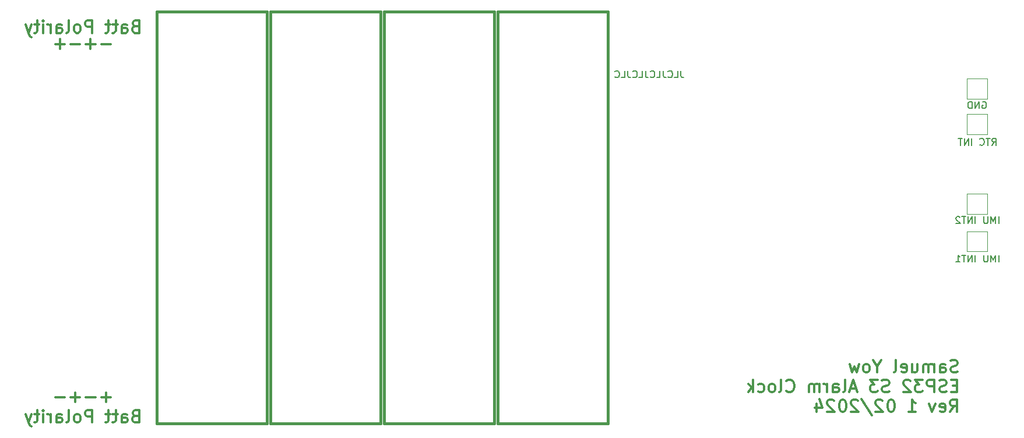
<source format=gbr>
%TF.GenerationSoftware,KiCad,Pcbnew,7.0.9*%
%TF.CreationDate,2024-02-17T00:35:01+08:00*%
%TF.ProjectId,AlarmClockProjV1,416c6172-6d43-46c6-9f63-6b50726f6a56,rev?*%
%TF.SameCoordinates,Original*%
%TF.FileFunction,Legend,Bot*%
%TF.FilePolarity,Positive*%
%FSLAX46Y46*%
G04 Gerber Fmt 4.6, Leading zero omitted, Abs format (unit mm)*
G04 Created by KiCad (PCBNEW 7.0.9) date 2024-02-17 00:35:01*
%MOMM*%
%LPD*%
G01*
G04 APERTURE LIST*
%ADD10C,0.150000*%
%ADD11C,0.200000*%
%ADD12C,0.300000*%
%ADD13C,0.400000*%
%ADD14C,0.120000*%
%ADD15C,1.350000*%
%ADD16R,1.700000X1.700000*%
%ADD17O,1.700000X1.700000*%
%ADD18C,3.600000*%
%ADD19C,6.400000*%
%ADD20C,0.650000*%
%ADD21O,2.100000X1.000000*%
%ADD22O,1.800000X1.000000*%
%ADD23C,1.600000*%
%ADD24O,1.600000X1.600000*%
%ADD25C,2.300000*%
%ADD26R,2.500000X2.500000*%
G04 APERTURE END LIST*
D10*
X181377506Y-90269819D02*
X181377506Y-90984104D01*
X181377506Y-90984104D02*
X181425125Y-91126961D01*
X181425125Y-91126961D02*
X181520363Y-91222200D01*
X181520363Y-91222200D02*
X181663220Y-91269819D01*
X181663220Y-91269819D02*
X181758458Y-91269819D01*
X180425125Y-91269819D02*
X180901315Y-91269819D01*
X180901315Y-91269819D02*
X180901315Y-90269819D01*
X179520363Y-91174580D02*
X179567982Y-91222200D01*
X179567982Y-91222200D02*
X179710839Y-91269819D01*
X179710839Y-91269819D02*
X179806077Y-91269819D01*
X179806077Y-91269819D02*
X179948934Y-91222200D01*
X179948934Y-91222200D02*
X180044172Y-91126961D01*
X180044172Y-91126961D02*
X180091791Y-91031723D01*
X180091791Y-91031723D02*
X180139410Y-90841247D01*
X180139410Y-90841247D02*
X180139410Y-90698390D01*
X180139410Y-90698390D02*
X180091791Y-90507914D01*
X180091791Y-90507914D02*
X180044172Y-90412676D01*
X180044172Y-90412676D02*
X179948934Y-90317438D01*
X179948934Y-90317438D02*
X179806077Y-90269819D01*
X179806077Y-90269819D02*
X179710839Y-90269819D01*
X179710839Y-90269819D02*
X179567982Y-90317438D01*
X179567982Y-90317438D02*
X179520363Y-90365057D01*
X178806077Y-90269819D02*
X178806077Y-90984104D01*
X178806077Y-90984104D02*
X178853696Y-91126961D01*
X178853696Y-91126961D02*
X178948934Y-91222200D01*
X178948934Y-91222200D02*
X179091791Y-91269819D01*
X179091791Y-91269819D02*
X179187029Y-91269819D01*
X177853696Y-91269819D02*
X178329886Y-91269819D01*
X178329886Y-91269819D02*
X178329886Y-90269819D01*
X176948934Y-91174580D02*
X176996553Y-91222200D01*
X176996553Y-91222200D02*
X177139410Y-91269819D01*
X177139410Y-91269819D02*
X177234648Y-91269819D01*
X177234648Y-91269819D02*
X177377505Y-91222200D01*
X177377505Y-91222200D02*
X177472743Y-91126961D01*
X177472743Y-91126961D02*
X177520362Y-91031723D01*
X177520362Y-91031723D02*
X177567981Y-90841247D01*
X177567981Y-90841247D02*
X177567981Y-90698390D01*
X177567981Y-90698390D02*
X177520362Y-90507914D01*
X177520362Y-90507914D02*
X177472743Y-90412676D01*
X177472743Y-90412676D02*
X177377505Y-90317438D01*
X177377505Y-90317438D02*
X177234648Y-90269819D01*
X177234648Y-90269819D02*
X177139410Y-90269819D01*
X177139410Y-90269819D02*
X176996553Y-90317438D01*
X176996553Y-90317438D02*
X176948934Y-90365057D01*
X176234648Y-90269819D02*
X176234648Y-90984104D01*
X176234648Y-90984104D02*
X176282267Y-91126961D01*
X176282267Y-91126961D02*
X176377505Y-91222200D01*
X176377505Y-91222200D02*
X176520362Y-91269819D01*
X176520362Y-91269819D02*
X176615600Y-91269819D01*
X175282267Y-91269819D02*
X175758457Y-91269819D01*
X175758457Y-91269819D02*
X175758457Y-90269819D01*
X174377505Y-91174580D02*
X174425124Y-91222200D01*
X174425124Y-91222200D02*
X174567981Y-91269819D01*
X174567981Y-91269819D02*
X174663219Y-91269819D01*
X174663219Y-91269819D02*
X174806076Y-91222200D01*
X174806076Y-91222200D02*
X174901314Y-91126961D01*
X174901314Y-91126961D02*
X174948933Y-91031723D01*
X174948933Y-91031723D02*
X174996552Y-90841247D01*
X174996552Y-90841247D02*
X174996552Y-90698390D01*
X174996552Y-90698390D02*
X174948933Y-90507914D01*
X174948933Y-90507914D02*
X174901314Y-90412676D01*
X174901314Y-90412676D02*
X174806076Y-90317438D01*
X174806076Y-90317438D02*
X174663219Y-90269819D01*
X174663219Y-90269819D02*
X174567981Y-90269819D01*
X174567981Y-90269819D02*
X174425124Y-90317438D01*
X174425124Y-90317438D02*
X174377505Y-90365057D01*
X173663219Y-90269819D02*
X173663219Y-90984104D01*
X173663219Y-90984104D02*
X173710838Y-91126961D01*
X173710838Y-91126961D02*
X173806076Y-91222200D01*
X173806076Y-91222200D02*
X173948933Y-91269819D01*
X173948933Y-91269819D02*
X174044171Y-91269819D01*
X172710838Y-91269819D02*
X173187028Y-91269819D01*
X173187028Y-91269819D02*
X173187028Y-90269819D01*
X171806076Y-91174580D02*
X171853695Y-91222200D01*
X171853695Y-91222200D02*
X171996552Y-91269819D01*
X171996552Y-91269819D02*
X172091790Y-91269819D01*
X172091790Y-91269819D02*
X172234647Y-91222200D01*
X172234647Y-91222200D02*
X172329885Y-91126961D01*
X172329885Y-91126961D02*
X172377504Y-91031723D01*
X172377504Y-91031723D02*
X172425123Y-90841247D01*
X172425123Y-90841247D02*
X172425123Y-90698390D01*
X172425123Y-90698390D02*
X172377504Y-90507914D01*
X172377504Y-90507914D02*
X172329885Y-90412676D01*
X172329885Y-90412676D02*
X172234647Y-90317438D01*
X172234647Y-90317438D02*
X172091790Y-90269819D01*
X172091790Y-90269819D02*
X171996552Y-90269819D01*
X171996552Y-90269819D02*
X171853695Y-90317438D01*
X171853695Y-90317438D02*
X171806076Y-90365057D01*
D11*
X226563660Y-101117219D02*
X226896993Y-100641028D01*
X227135088Y-101117219D02*
X227135088Y-100117219D01*
X227135088Y-100117219D02*
X226754136Y-100117219D01*
X226754136Y-100117219D02*
X226658898Y-100164838D01*
X226658898Y-100164838D02*
X226611279Y-100212457D01*
X226611279Y-100212457D02*
X226563660Y-100307695D01*
X226563660Y-100307695D02*
X226563660Y-100450552D01*
X226563660Y-100450552D02*
X226611279Y-100545790D01*
X226611279Y-100545790D02*
X226658898Y-100593409D01*
X226658898Y-100593409D02*
X226754136Y-100641028D01*
X226754136Y-100641028D02*
X227135088Y-100641028D01*
X226277945Y-100117219D02*
X225706517Y-100117219D01*
X225992231Y-101117219D02*
X225992231Y-100117219D01*
X224801755Y-101021980D02*
X224849374Y-101069600D01*
X224849374Y-101069600D02*
X224992231Y-101117219D01*
X224992231Y-101117219D02*
X225087469Y-101117219D01*
X225087469Y-101117219D02*
X225230326Y-101069600D01*
X225230326Y-101069600D02*
X225325564Y-100974361D01*
X225325564Y-100974361D02*
X225373183Y-100879123D01*
X225373183Y-100879123D02*
X225420802Y-100688647D01*
X225420802Y-100688647D02*
X225420802Y-100545790D01*
X225420802Y-100545790D02*
X225373183Y-100355314D01*
X225373183Y-100355314D02*
X225325564Y-100260076D01*
X225325564Y-100260076D02*
X225230326Y-100164838D01*
X225230326Y-100164838D02*
X225087469Y-100117219D01*
X225087469Y-100117219D02*
X224992231Y-100117219D01*
X224992231Y-100117219D02*
X224849374Y-100164838D01*
X224849374Y-100164838D02*
X224801755Y-100212457D01*
X223611278Y-101117219D02*
X223611278Y-100117219D01*
X223135088Y-101117219D02*
X223135088Y-100117219D01*
X223135088Y-100117219D02*
X222563660Y-101117219D01*
X222563660Y-101117219D02*
X222563660Y-100117219D01*
X222230326Y-100117219D02*
X221658898Y-100117219D01*
X221944612Y-101117219D02*
X221944612Y-100117219D01*
D12*
X98528570Y-137778400D02*
X97157142Y-137778400D01*
X97842856Y-138464114D02*
X97842856Y-137092685D01*
X96299999Y-137778400D02*
X94928571Y-137778400D01*
X94071428Y-137778400D02*
X92700000Y-137778400D01*
X93385714Y-138464114D02*
X93385714Y-137092685D01*
X91842857Y-137778400D02*
X90471429Y-137778400D01*
X102085713Y-140521257D02*
X101828570Y-140606971D01*
X101828570Y-140606971D02*
X101742856Y-140692685D01*
X101742856Y-140692685D02*
X101657142Y-140864114D01*
X101657142Y-140864114D02*
X101657142Y-141121257D01*
X101657142Y-141121257D02*
X101742856Y-141292685D01*
X101742856Y-141292685D02*
X101828570Y-141378400D01*
X101828570Y-141378400D02*
X101999999Y-141464114D01*
X101999999Y-141464114D02*
X102685713Y-141464114D01*
X102685713Y-141464114D02*
X102685713Y-139664114D01*
X102685713Y-139664114D02*
X102085713Y-139664114D01*
X102085713Y-139664114D02*
X101914285Y-139749828D01*
X101914285Y-139749828D02*
X101828570Y-139835542D01*
X101828570Y-139835542D02*
X101742856Y-140006971D01*
X101742856Y-140006971D02*
X101742856Y-140178400D01*
X101742856Y-140178400D02*
X101828570Y-140349828D01*
X101828570Y-140349828D02*
X101914285Y-140435542D01*
X101914285Y-140435542D02*
X102085713Y-140521257D01*
X102085713Y-140521257D02*
X102685713Y-140521257D01*
X100114285Y-141464114D02*
X100114285Y-140521257D01*
X100114285Y-140521257D02*
X100199999Y-140349828D01*
X100199999Y-140349828D02*
X100371427Y-140264114D01*
X100371427Y-140264114D02*
X100714285Y-140264114D01*
X100714285Y-140264114D02*
X100885713Y-140349828D01*
X100114285Y-141378400D02*
X100285713Y-141464114D01*
X100285713Y-141464114D02*
X100714285Y-141464114D01*
X100714285Y-141464114D02*
X100885713Y-141378400D01*
X100885713Y-141378400D02*
X100971427Y-141206971D01*
X100971427Y-141206971D02*
X100971427Y-141035542D01*
X100971427Y-141035542D02*
X100885713Y-140864114D01*
X100885713Y-140864114D02*
X100714285Y-140778400D01*
X100714285Y-140778400D02*
X100285713Y-140778400D01*
X100285713Y-140778400D02*
X100114285Y-140692685D01*
X99514285Y-140264114D02*
X98828571Y-140264114D01*
X99257142Y-139664114D02*
X99257142Y-141206971D01*
X99257142Y-141206971D02*
X99171428Y-141378400D01*
X99171428Y-141378400D02*
X98999999Y-141464114D01*
X98999999Y-141464114D02*
X98828571Y-141464114D01*
X98485714Y-140264114D02*
X97800000Y-140264114D01*
X98228571Y-139664114D02*
X98228571Y-141206971D01*
X98228571Y-141206971D02*
X98142857Y-141378400D01*
X98142857Y-141378400D02*
X97971428Y-141464114D01*
X97971428Y-141464114D02*
X97800000Y-141464114D01*
X95828571Y-141464114D02*
X95828571Y-139664114D01*
X95828571Y-139664114D02*
X95142857Y-139664114D01*
X95142857Y-139664114D02*
X94971428Y-139749828D01*
X94971428Y-139749828D02*
X94885714Y-139835542D01*
X94885714Y-139835542D02*
X94800000Y-140006971D01*
X94800000Y-140006971D02*
X94800000Y-140264114D01*
X94800000Y-140264114D02*
X94885714Y-140435542D01*
X94885714Y-140435542D02*
X94971428Y-140521257D01*
X94971428Y-140521257D02*
X95142857Y-140606971D01*
X95142857Y-140606971D02*
X95828571Y-140606971D01*
X93771428Y-141464114D02*
X93942857Y-141378400D01*
X93942857Y-141378400D02*
X94028571Y-141292685D01*
X94028571Y-141292685D02*
X94114285Y-141121257D01*
X94114285Y-141121257D02*
X94114285Y-140606971D01*
X94114285Y-140606971D02*
X94028571Y-140435542D01*
X94028571Y-140435542D02*
X93942857Y-140349828D01*
X93942857Y-140349828D02*
X93771428Y-140264114D01*
X93771428Y-140264114D02*
X93514285Y-140264114D01*
X93514285Y-140264114D02*
X93342857Y-140349828D01*
X93342857Y-140349828D02*
X93257143Y-140435542D01*
X93257143Y-140435542D02*
X93171428Y-140606971D01*
X93171428Y-140606971D02*
X93171428Y-141121257D01*
X93171428Y-141121257D02*
X93257143Y-141292685D01*
X93257143Y-141292685D02*
X93342857Y-141378400D01*
X93342857Y-141378400D02*
X93514285Y-141464114D01*
X93514285Y-141464114D02*
X93771428Y-141464114D01*
X92142857Y-141464114D02*
X92314286Y-141378400D01*
X92314286Y-141378400D02*
X92400000Y-141206971D01*
X92400000Y-141206971D02*
X92400000Y-139664114D01*
X90685715Y-141464114D02*
X90685715Y-140521257D01*
X90685715Y-140521257D02*
X90771429Y-140349828D01*
X90771429Y-140349828D02*
X90942857Y-140264114D01*
X90942857Y-140264114D02*
X91285715Y-140264114D01*
X91285715Y-140264114D02*
X91457143Y-140349828D01*
X90685715Y-141378400D02*
X90857143Y-141464114D01*
X90857143Y-141464114D02*
X91285715Y-141464114D01*
X91285715Y-141464114D02*
X91457143Y-141378400D01*
X91457143Y-141378400D02*
X91542857Y-141206971D01*
X91542857Y-141206971D02*
X91542857Y-141035542D01*
X91542857Y-141035542D02*
X91457143Y-140864114D01*
X91457143Y-140864114D02*
X91285715Y-140778400D01*
X91285715Y-140778400D02*
X90857143Y-140778400D01*
X90857143Y-140778400D02*
X90685715Y-140692685D01*
X89828572Y-141464114D02*
X89828572Y-140264114D01*
X89828572Y-140606971D02*
X89742858Y-140435542D01*
X89742858Y-140435542D02*
X89657144Y-140349828D01*
X89657144Y-140349828D02*
X89485715Y-140264114D01*
X89485715Y-140264114D02*
X89314286Y-140264114D01*
X88714286Y-141464114D02*
X88714286Y-140264114D01*
X88714286Y-139664114D02*
X88800000Y-139749828D01*
X88800000Y-139749828D02*
X88714286Y-139835542D01*
X88714286Y-139835542D02*
X88628572Y-139749828D01*
X88628572Y-139749828D02*
X88714286Y-139664114D01*
X88714286Y-139664114D02*
X88714286Y-139835542D01*
X88114286Y-140264114D02*
X87428572Y-140264114D01*
X87857143Y-139664114D02*
X87857143Y-141206971D01*
X87857143Y-141206971D02*
X87771429Y-141378400D01*
X87771429Y-141378400D02*
X87600000Y-141464114D01*
X87600000Y-141464114D02*
X87428572Y-141464114D01*
X87000001Y-140264114D02*
X86571429Y-141464114D01*
X86142858Y-140264114D02*
X86571429Y-141464114D01*
X86571429Y-141464114D02*
X86742858Y-141892685D01*
X86742858Y-141892685D02*
X86828572Y-141978400D01*
X86828572Y-141978400D02*
X87000001Y-142064114D01*
X102085713Y-83821257D02*
X101828570Y-83906971D01*
X101828570Y-83906971D02*
X101742856Y-83992685D01*
X101742856Y-83992685D02*
X101657142Y-84164114D01*
X101657142Y-84164114D02*
X101657142Y-84421257D01*
X101657142Y-84421257D02*
X101742856Y-84592685D01*
X101742856Y-84592685D02*
X101828570Y-84678400D01*
X101828570Y-84678400D02*
X101999999Y-84764114D01*
X101999999Y-84764114D02*
X102685713Y-84764114D01*
X102685713Y-84764114D02*
X102685713Y-82964114D01*
X102685713Y-82964114D02*
X102085713Y-82964114D01*
X102085713Y-82964114D02*
X101914285Y-83049828D01*
X101914285Y-83049828D02*
X101828570Y-83135542D01*
X101828570Y-83135542D02*
X101742856Y-83306971D01*
X101742856Y-83306971D02*
X101742856Y-83478400D01*
X101742856Y-83478400D02*
X101828570Y-83649828D01*
X101828570Y-83649828D02*
X101914285Y-83735542D01*
X101914285Y-83735542D02*
X102085713Y-83821257D01*
X102085713Y-83821257D02*
X102685713Y-83821257D01*
X100114285Y-84764114D02*
X100114285Y-83821257D01*
X100114285Y-83821257D02*
X100199999Y-83649828D01*
X100199999Y-83649828D02*
X100371427Y-83564114D01*
X100371427Y-83564114D02*
X100714285Y-83564114D01*
X100714285Y-83564114D02*
X100885713Y-83649828D01*
X100114285Y-84678400D02*
X100285713Y-84764114D01*
X100285713Y-84764114D02*
X100714285Y-84764114D01*
X100714285Y-84764114D02*
X100885713Y-84678400D01*
X100885713Y-84678400D02*
X100971427Y-84506971D01*
X100971427Y-84506971D02*
X100971427Y-84335542D01*
X100971427Y-84335542D02*
X100885713Y-84164114D01*
X100885713Y-84164114D02*
X100714285Y-84078400D01*
X100714285Y-84078400D02*
X100285713Y-84078400D01*
X100285713Y-84078400D02*
X100114285Y-83992685D01*
X99514285Y-83564114D02*
X98828571Y-83564114D01*
X99257142Y-82964114D02*
X99257142Y-84506971D01*
X99257142Y-84506971D02*
X99171428Y-84678400D01*
X99171428Y-84678400D02*
X98999999Y-84764114D01*
X98999999Y-84764114D02*
X98828571Y-84764114D01*
X98485714Y-83564114D02*
X97800000Y-83564114D01*
X98228571Y-82964114D02*
X98228571Y-84506971D01*
X98228571Y-84506971D02*
X98142857Y-84678400D01*
X98142857Y-84678400D02*
X97971428Y-84764114D01*
X97971428Y-84764114D02*
X97800000Y-84764114D01*
X95828571Y-84764114D02*
X95828571Y-82964114D01*
X95828571Y-82964114D02*
X95142857Y-82964114D01*
X95142857Y-82964114D02*
X94971428Y-83049828D01*
X94971428Y-83049828D02*
X94885714Y-83135542D01*
X94885714Y-83135542D02*
X94800000Y-83306971D01*
X94800000Y-83306971D02*
X94800000Y-83564114D01*
X94800000Y-83564114D02*
X94885714Y-83735542D01*
X94885714Y-83735542D02*
X94971428Y-83821257D01*
X94971428Y-83821257D02*
X95142857Y-83906971D01*
X95142857Y-83906971D02*
X95828571Y-83906971D01*
X93771428Y-84764114D02*
X93942857Y-84678400D01*
X93942857Y-84678400D02*
X94028571Y-84592685D01*
X94028571Y-84592685D02*
X94114285Y-84421257D01*
X94114285Y-84421257D02*
X94114285Y-83906971D01*
X94114285Y-83906971D02*
X94028571Y-83735542D01*
X94028571Y-83735542D02*
X93942857Y-83649828D01*
X93942857Y-83649828D02*
X93771428Y-83564114D01*
X93771428Y-83564114D02*
X93514285Y-83564114D01*
X93514285Y-83564114D02*
X93342857Y-83649828D01*
X93342857Y-83649828D02*
X93257143Y-83735542D01*
X93257143Y-83735542D02*
X93171428Y-83906971D01*
X93171428Y-83906971D02*
X93171428Y-84421257D01*
X93171428Y-84421257D02*
X93257143Y-84592685D01*
X93257143Y-84592685D02*
X93342857Y-84678400D01*
X93342857Y-84678400D02*
X93514285Y-84764114D01*
X93514285Y-84764114D02*
X93771428Y-84764114D01*
X92142857Y-84764114D02*
X92314286Y-84678400D01*
X92314286Y-84678400D02*
X92400000Y-84506971D01*
X92400000Y-84506971D02*
X92400000Y-82964114D01*
X90685715Y-84764114D02*
X90685715Y-83821257D01*
X90685715Y-83821257D02*
X90771429Y-83649828D01*
X90771429Y-83649828D02*
X90942857Y-83564114D01*
X90942857Y-83564114D02*
X91285715Y-83564114D01*
X91285715Y-83564114D02*
X91457143Y-83649828D01*
X90685715Y-84678400D02*
X90857143Y-84764114D01*
X90857143Y-84764114D02*
X91285715Y-84764114D01*
X91285715Y-84764114D02*
X91457143Y-84678400D01*
X91457143Y-84678400D02*
X91542857Y-84506971D01*
X91542857Y-84506971D02*
X91542857Y-84335542D01*
X91542857Y-84335542D02*
X91457143Y-84164114D01*
X91457143Y-84164114D02*
X91285715Y-84078400D01*
X91285715Y-84078400D02*
X90857143Y-84078400D01*
X90857143Y-84078400D02*
X90685715Y-83992685D01*
X89828572Y-84764114D02*
X89828572Y-83564114D01*
X89828572Y-83906971D02*
X89742858Y-83735542D01*
X89742858Y-83735542D02*
X89657144Y-83649828D01*
X89657144Y-83649828D02*
X89485715Y-83564114D01*
X89485715Y-83564114D02*
X89314286Y-83564114D01*
X88714286Y-84764114D02*
X88714286Y-83564114D01*
X88714286Y-82964114D02*
X88800000Y-83049828D01*
X88800000Y-83049828D02*
X88714286Y-83135542D01*
X88714286Y-83135542D02*
X88628572Y-83049828D01*
X88628572Y-83049828D02*
X88714286Y-82964114D01*
X88714286Y-82964114D02*
X88714286Y-83135542D01*
X88114286Y-83564114D02*
X87428572Y-83564114D01*
X87857143Y-82964114D02*
X87857143Y-84506971D01*
X87857143Y-84506971D02*
X87771429Y-84678400D01*
X87771429Y-84678400D02*
X87600000Y-84764114D01*
X87600000Y-84764114D02*
X87428572Y-84764114D01*
X87000001Y-83564114D02*
X86571429Y-84764114D01*
X86142858Y-83564114D02*
X86571429Y-84764114D01*
X86571429Y-84764114D02*
X86742858Y-85192685D01*
X86742858Y-85192685D02*
X86828572Y-85278400D01*
X86828572Y-85278400D02*
X87000001Y-85364114D01*
D11*
X227563659Y-118117219D02*
X227563659Y-117117219D01*
X227087469Y-118117219D02*
X227087469Y-117117219D01*
X227087469Y-117117219D02*
X226754136Y-117831504D01*
X226754136Y-117831504D02*
X226420803Y-117117219D01*
X226420803Y-117117219D02*
X226420803Y-118117219D01*
X225944612Y-117117219D02*
X225944612Y-117926742D01*
X225944612Y-117926742D02*
X225896993Y-118021980D01*
X225896993Y-118021980D02*
X225849374Y-118069600D01*
X225849374Y-118069600D02*
X225754136Y-118117219D01*
X225754136Y-118117219D02*
X225563660Y-118117219D01*
X225563660Y-118117219D02*
X225468422Y-118069600D01*
X225468422Y-118069600D02*
X225420803Y-118021980D01*
X225420803Y-118021980D02*
X225373184Y-117926742D01*
X225373184Y-117926742D02*
X225373184Y-117117219D01*
X224135088Y-118117219D02*
X224135088Y-117117219D01*
X223658898Y-118117219D02*
X223658898Y-117117219D01*
X223658898Y-117117219D02*
X223087470Y-118117219D01*
X223087470Y-118117219D02*
X223087470Y-117117219D01*
X222754136Y-117117219D02*
X222182708Y-117117219D01*
X222468422Y-118117219D02*
X222468422Y-117117219D01*
X221325565Y-118117219D02*
X221896993Y-118117219D01*
X221611279Y-118117219D02*
X221611279Y-117117219D01*
X221611279Y-117117219D02*
X221706517Y-117260076D01*
X221706517Y-117260076D02*
X221801755Y-117355314D01*
X221801755Y-117355314D02*
X221896993Y-117402933D01*
D12*
X221559774Y-134082400D02*
X221302632Y-134168114D01*
X221302632Y-134168114D02*
X220874060Y-134168114D01*
X220874060Y-134168114D02*
X220702632Y-134082400D01*
X220702632Y-134082400D02*
X220616917Y-133996685D01*
X220616917Y-133996685D02*
X220531203Y-133825257D01*
X220531203Y-133825257D02*
X220531203Y-133653828D01*
X220531203Y-133653828D02*
X220616917Y-133482400D01*
X220616917Y-133482400D02*
X220702632Y-133396685D01*
X220702632Y-133396685D02*
X220874060Y-133310971D01*
X220874060Y-133310971D02*
X221216917Y-133225257D01*
X221216917Y-133225257D02*
X221388346Y-133139542D01*
X221388346Y-133139542D02*
X221474060Y-133053828D01*
X221474060Y-133053828D02*
X221559774Y-132882400D01*
X221559774Y-132882400D02*
X221559774Y-132710971D01*
X221559774Y-132710971D02*
X221474060Y-132539542D01*
X221474060Y-132539542D02*
X221388346Y-132453828D01*
X221388346Y-132453828D02*
X221216917Y-132368114D01*
X221216917Y-132368114D02*
X220788346Y-132368114D01*
X220788346Y-132368114D02*
X220531203Y-132453828D01*
X218988346Y-134168114D02*
X218988346Y-133225257D01*
X218988346Y-133225257D02*
X219074060Y-133053828D01*
X219074060Y-133053828D02*
X219245488Y-132968114D01*
X219245488Y-132968114D02*
X219588346Y-132968114D01*
X219588346Y-132968114D02*
X219759774Y-133053828D01*
X218988346Y-134082400D02*
X219159774Y-134168114D01*
X219159774Y-134168114D02*
X219588346Y-134168114D01*
X219588346Y-134168114D02*
X219759774Y-134082400D01*
X219759774Y-134082400D02*
X219845488Y-133910971D01*
X219845488Y-133910971D02*
X219845488Y-133739542D01*
X219845488Y-133739542D02*
X219759774Y-133568114D01*
X219759774Y-133568114D02*
X219588346Y-133482400D01*
X219588346Y-133482400D02*
X219159774Y-133482400D01*
X219159774Y-133482400D02*
X218988346Y-133396685D01*
X218131203Y-134168114D02*
X218131203Y-132968114D01*
X218131203Y-133139542D02*
X218045489Y-133053828D01*
X218045489Y-133053828D02*
X217874060Y-132968114D01*
X217874060Y-132968114D02*
X217616917Y-132968114D01*
X217616917Y-132968114D02*
X217445489Y-133053828D01*
X217445489Y-133053828D02*
X217359775Y-133225257D01*
X217359775Y-133225257D02*
X217359775Y-134168114D01*
X217359775Y-133225257D02*
X217274060Y-133053828D01*
X217274060Y-133053828D02*
X217102632Y-132968114D01*
X217102632Y-132968114D02*
X216845489Y-132968114D01*
X216845489Y-132968114D02*
X216674060Y-133053828D01*
X216674060Y-133053828D02*
X216588346Y-133225257D01*
X216588346Y-133225257D02*
X216588346Y-134168114D01*
X214959775Y-132968114D02*
X214959775Y-134168114D01*
X215731203Y-132968114D02*
X215731203Y-133910971D01*
X215731203Y-133910971D02*
X215645489Y-134082400D01*
X215645489Y-134082400D02*
X215474060Y-134168114D01*
X215474060Y-134168114D02*
X215216917Y-134168114D01*
X215216917Y-134168114D02*
X215045489Y-134082400D01*
X215045489Y-134082400D02*
X214959775Y-133996685D01*
X213416918Y-134082400D02*
X213588346Y-134168114D01*
X213588346Y-134168114D02*
X213931204Y-134168114D01*
X213931204Y-134168114D02*
X214102632Y-134082400D01*
X214102632Y-134082400D02*
X214188346Y-133910971D01*
X214188346Y-133910971D02*
X214188346Y-133225257D01*
X214188346Y-133225257D02*
X214102632Y-133053828D01*
X214102632Y-133053828D02*
X213931204Y-132968114D01*
X213931204Y-132968114D02*
X213588346Y-132968114D01*
X213588346Y-132968114D02*
X213416918Y-133053828D01*
X213416918Y-133053828D02*
X213331204Y-133225257D01*
X213331204Y-133225257D02*
X213331204Y-133396685D01*
X213331204Y-133396685D02*
X214188346Y-133568114D01*
X212302632Y-134168114D02*
X212474061Y-134082400D01*
X212474061Y-134082400D02*
X212559775Y-133910971D01*
X212559775Y-133910971D02*
X212559775Y-132368114D01*
X209902632Y-133310971D02*
X209902632Y-134168114D01*
X210502632Y-132368114D02*
X209902632Y-133310971D01*
X209902632Y-133310971D02*
X209302632Y-132368114D01*
X208445489Y-134168114D02*
X208616918Y-134082400D01*
X208616918Y-134082400D02*
X208702632Y-133996685D01*
X208702632Y-133996685D02*
X208788346Y-133825257D01*
X208788346Y-133825257D02*
X208788346Y-133310971D01*
X208788346Y-133310971D02*
X208702632Y-133139542D01*
X208702632Y-133139542D02*
X208616918Y-133053828D01*
X208616918Y-133053828D02*
X208445489Y-132968114D01*
X208445489Y-132968114D02*
X208188346Y-132968114D01*
X208188346Y-132968114D02*
X208016918Y-133053828D01*
X208016918Y-133053828D02*
X207931204Y-133139542D01*
X207931204Y-133139542D02*
X207845489Y-133310971D01*
X207845489Y-133310971D02*
X207845489Y-133825257D01*
X207845489Y-133825257D02*
X207931204Y-133996685D01*
X207931204Y-133996685D02*
X208016918Y-134082400D01*
X208016918Y-134082400D02*
X208188346Y-134168114D01*
X208188346Y-134168114D02*
X208445489Y-134168114D01*
X207245490Y-132968114D02*
X206902633Y-134168114D01*
X206902633Y-134168114D02*
X206559775Y-133310971D01*
X206559775Y-133310971D02*
X206216918Y-134168114D01*
X206216918Y-134168114D02*
X205874061Y-132968114D01*
X221474060Y-136123257D02*
X220874060Y-136123257D01*
X220616917Y-137066114D02*
X221474060Y-137066114D01*
X221474060Y-137066114D02*
X221474060Y-135266114D01*
X221474060Y-135266114D02*
X220616917Y-135266114D01*
X219931203Y-136980400D02*
X219674061Y-137066114D01*
X219674061Y-137066114D02*
X219245489Y-137066114D01*
X219245489Y-137066114D02*
X219074061Y-136980400D01*
X219074061Y-136980400D02*
X218988346Y-136894685D01*
X218988346Y-136894685D02*
X218902632Y-136723257D01*
X218902632Y-136723257D02*
X218902632Y-136551828D01*
X218902632Y-136551828D02*
X218988346Y-136380400D01*
X218988346Y-136380400D02*
X219074061Y-136294685D01*
X219074061Y-136294685D02*
X219245489Y-136208971D01*
X219245489Y-136208971D02*
X219588346Y-136123257D01*
X219588346Y-136123257D02*
X219759775Y-136037542D01*
X219759775Y-136037542D02*
X219845489Y-135951828D01*
X219845489Y-135951828D02*
X219931203Y-135780400D01*
X219931203Y-135780400D02*
X219931203Y-135608971D01*
X219931203Y-135608971D02*
X219845489Y-135437542D01*
X219845489Y-135437542D02*
X219759775Y-135351828D01*
X219759775Y-135351828D02*
X219588346Y-135266114D01*
X219588346Y-135266114D02*
X219159775Y-135266114D01*
X219159775Y-135266114D02*
X218902632Y-135351828D01*
X218131203Y-137066114D02*
X218131203Y-135266114D01*
X218131203Y-135266114D02*
X217445489Y-135266114D01*
X217445489Y-135266114D02*
X217274060Y-135351828D01*
X217274060Y-135351828D02*
X217188346Y-135437542D01*
X217188346Y-135437542D02*
X217102632Y-135608971D01*
X217102632Y-135608971D02*
X217102632Y-135866114D01*
X217102632Y-135866114D02*
X217188346Y-136037542D01*
X217188346Y-136037542D02*
X217274060Y-136123257D01*
X217274060Y-136123257D02*
X217445489Y-136208971D01*
X217445489Y-136208971D02*
X218131203Y-136208971D01*
X216502632Y-135266114D02*
X215388346Y-135266114D01*
X215388346Y-135266114D02*
X215988346Y-135951828D01*
X215988346Y-135951828D02*
X215731203Y-135951828D01*
X215731203Y-135951828D02*
X215559775Y-136037542D01*
X215559775Y-136037542D02*
X215474060Y-136123257D01*
X215474060Y-136123257D02*
X215388346Y-136294685D01*
X215388346Y-136294685D02*
X215388346Y-136723257D01*
X215388346Y-136723257D02*
X215474060Y-136894685D01*
X215474060Y-136894685D02*
X215559775Y-136980400D01*
X215559775Y-136980400D02*
X215731203Y-137066114D01*
X215731203Y-137066114D02*
X216245489Y-137066114D01*
X216245489Y-137066114D02*
X216416917Y-136980400D01*
X216416917Y-136980400D02*
X216502632Y-136894685D01*
X214702631Y-135437542D02*
X214616917Y-135351828D01*
X214616917Y-135351828D02*
X214445489Y-135266114D01*
X214445489Y-135266114D02*
X214016917Y-135266114D01*
X214016917Y-135266114D02*
X213845489Y-135351828D01*
X213845489Y-135351828D02*
X213759774Y-135437542D01*
X213759774Y-135437542D02*
X213674060Y-135608971D01*
X213674060Y-135608971D02*
X213674060Y-135780400D01*
X213674060Y-135780400D02*
X213759774Y-136037542D01*
X213759774Y-136037542D02*
X214788346Y-137066114D01*
X214788346Y-137066114D02*
X213674060Y-137066114D01*
X211616916Y-136980400D02*
X211359774Y-137066114D01*
X211359774Y-137066114D02*
X210931202Y-137066114D01*
X210931202Y-137066114D02*
X210759774Y-136980400D01*
X210759774Y-136980400D02*
X210674059Y-136894685D01*
X210674059Y-136894685D02*
X210588345Y-136723257D01*
X210588345Y-136723257D02*
X210588345Y-136551828D01*
X210588345Y-136551828D02*
X210674059Y-136380400D01*
X210674059Y-136380400D02*
X210759774Y-136294685D01*
X210759774Y-136294685D02*
X210931202Y-136208971D01*
X210931202Y-136208971D02*
X211274059Y-136123257D01*
X211274059Y-136123257D02*
X211445488Y-136037542D01*
X211445488Y-136037542D02*
X211531202Y-135951828D01*
X211531202Y-135951828D02*
X211616916Y-135780400D01*
X211616916Y-135780400D02*
X211616916Y-135608971D01*
X211616916Y-135608971D02*
X211531202Y-135437542D01*
X211531202Y-135437542D02*
X211445488Y-135351828D01*
X211445488Y-135351828D02*
X211274059Y-135266114D01*
X211274059Y-135266114D02*
X210845488Y-135266114D01*
X210845488Y-135266114D02*
X210588345Y-135351828D01*
X209988345Y-135266114D02*
X208874059Y-135266114D01*
X208874059Y-135266114D02*
X209474059Y-135951828D01*
X209474059Y-135951828D02*
X209216916Y-135951828D01*
X209216916Y-135951828D02*
X209045488Y-136037542D01*
X209045488Y-136037542D02*
X208959773Y-136123257D01*
X208959773Y-136123257D02*
X208874059Y-136294685D01*
X208874059Y-136294685D02*
X208874059Y-136723257D01*
X208874059Y-136723257D02*
X208959773Y-136894685D01*
X208959773Y-136894685D02*
X209045488Y-136980400D01*
X209045488Y-136980400D02*
X209216916Y-137066114D01*
X209216916Y-137066114D02*
X209731202Y-137066114D01*
X209731202Y-137066114D02*
X209902630Y-136980400D01*
X209902630Y-136980400D02*
X209988345Y-136894685D01*
X206816915Y-136551828D02*
X205959773Y-136551828D01*
X206988344Y-137066114D02*
X206388344Y-135266114D01*
X206388344Y-135266114D02*
X205788344Y-137066114D01*
X204931201Y-137066114D02*
X205102630Y-136980400D01*
X205102630Y-136980400D02*
X205188344Y-136808971D01*
X205188344Y-136808971D02*
X205188344Y-135266114D01*
X203474059Y-137066114D02*
X203474059Y-136123257D01*
X203474059Y-136123257D02*
X203559773Y-135951828D01*
X203559773Y-135951828D02*
X203731201Y-135866114D01*
X203731201Y-135866114D02*
X204074059Y-135866114D01*
X204074059Y-135866114D02*
X204245487Y-135951828D01*
X203474059Y-136980400D02*
X203645487Y-137066114D01*
X203645487Y-137066114D02*
X204074059Y-137066114D01*
X204074059Y-137066114D02*
X204245487Y-136980400D01*
X204245487Y-136980400D02*
X204331201Y-136808971D01*
X204331201Y-136808971D02*
X204331201Y-136637542D01*
X204331201Y-136637542D02*
X204245487Y-136466114D01*
X204245487Y-136466114D02*
X204074059Y-136380400D01*
X204074059Y-136380400D02*
X203645487Y-136380400D01*
X203645487Y-136380400D02*
X203474059Y-136294685D01*
X202616916Y-137066114D02*
X202616916Y-135866114D01*
X202616916Y-136208971D02*
X202531202Y-136037542D01*
X202531202Y-136037542D02*
X202445488Y-135951828D01*
X202445488Y-135951828D02*
X202274059Y-135866114D01*
X202274059Y-135866114D02*
X202102630Y-135866114D01*
X201502630Y-137066114D02*
X201502630Y-135866114D01*
X201502630Y-136037542D02*
X201416916Y-135951828D01*
X201416916Y-135951828D02*
X201245487Y-135866114D01*
X201245487Y-135866114D02*
X200988344Y-135866114D01*
X200988344Y-135866114D02*
X200816916Y-135951828D01*
X200816916Y-135951828D02*
X200731202Y-136123257D01*
X200731202Y-136123257D02*
X200731202Y-137066114D01*
X200731202Y-136123257D02*
X200645487Y-135951828D01*
X200645487Y-135951828D02*
X200474059Y-135866114D01*
X200474059Y-135866114D02*
X200216916Y-135866114D01*
X200216916Y-135866114D02*
X200045487Y-135951828D01*
X200045487Y-135951828D02*
X199959773Y-136123257D01*
X199959773Y-136123257D02*
X199959773Y-137066114D01*
X196702630Y-136894685D02*
X196788344Y-136980400D01*
X196788344Y-136980400D02*
X197045487Y-137066114D01*
X197045487Y-137066114D02*
X197216915Y-137066114D01*
X197216915Y-137066114D02*
X197474058Y-136980400D01*
X197474058Y-136980400D02*
X197645487Y-136808971D01*
X197645487Y-136808971D02*
X197731201Y-136637542D01*
X197731201Y-136637542D02*
X197816915Y-136294685D01*
X197816915Y-136294685D02*
X197816915Y-136037542D01*
X197816915Y-136037542D02*
X197731201Y-135694685D01*
X197731201Y-135694685D02*
X197645487Y-135523257D01*
X197645487Y-135523257D02*
X197474058Y-135351828D01*
X197474058Y-135351828D02*
X197216915Y-135266114D01*
X197216915Y-135266114D02*
X197045487Y-135266114D01*
X197045487Y-135266114D02*
X196788344Y-135351828D01*
X196788344Y-135351828D02*
X196702630Y-135437542D01*
X195674058Y-137066114D02*
X195845487Y-136980400D01*
X195845487Y-136980400D02*
X195931201Y-136808971D01*
X195931201Y-136808971D02*
X195931201Y-135266114D01*
X194731201Y-137066114D02*
X194902630Y-136980400D01*
X194902630Y-136980400D02*
X194988344Y-136894685D01*
X194988344Y-136894685D02*
X195074058Y-136723257D01*
X195074058Y-136723257D02*
X195074058Y-136208971D01*
X195074058Y-136208971D02*
X194988344Y-136037542D01*
X194988344Y-136037542D02*
X194902630Y-135951828D01*
X194902630Y-135951828D02*
X194731201Y-135866114D01*
X194731201Y-135866114D02*
X194474058Y-135866114D01*
X194474058Y-135866114D02*
X194302630Y-135951828D01*
X194302630Y-135951828D02*
X194216916Y-136037542D01*
X194216916Y-136037542D02*
X194131201Y-136208971D01*
X194131201Y-136208971D02*
X194131201Y-136723257D01*
X194131201Y-136723257D02*
X194216916Y-136894685D01*
X194216916Y-136894685D02*
X194302630Y-136980400D01*
X194302630Y-136980400D02*
X194474058Y-137066114D01*
X194474058Y-137066114D02*
X194731201Y-137066114D01*
X192588345Y-136980400D02*
X192759773Y-137066114D01*
X192759773Y-137066114D02*
X193102630Y-137066114D01*
X193102630Y-137066114D02*
X193274059Y-136980400D01*
X193274059Y-136980400D02*
X193359773Y-136894685D01*
X193359773Y-136894685D02*
X193445487Y-136723257D01*
X193445487Y-136723257D02*
X193445487Y-136208971D01*
X193445487Y-136208971D02*
X193359773Y-136037542D01*
X193359773Y-136037542D02*
X193274059Y-135951828D01*
X193274059Y-135951828D02*
X193102630Y-135866114D01*
X193102630Y-135866114D02*
X192759773Y-135866114D01*
X192759773Y-135866114D02*
X192588345Y-135951828D01*
X191816916Y-137066114D02*
X191816916Y-135266114D01*
X191645488Y-136380400D02*
X191131202Y-137066114D01*
X191131202Y-135866114D02*
X191816916Y-136551828D01*
X220445489Y-139964114D02*
X221045489Y-139106971D01*
X221474060Y-139964114D02*
X221474060Y-138164114D01*
X221474060Y-138164114D02*
X220788346Y-138164114D01*
X220788346Y-138164114D02*
X220616917Y-138249828D01*
X220616917Y-138249828D02*
X220531203Y-138335542D01*
X220531203Y-138335542D02*
X220445489Y-138506971D01*
X220445489Y-138506971D02*
X220445489Y-138764114D01*
X220445489Y-138764114D02*
X220531203Y-138935542D01*
X220531203Y-138935542D02*
X220616917Y-139021257D01*
X220616917Y-139021257D02*
X220788346Y-139106971D01*
X220788346Y-139106971D02*
X221474060Y-139106971D01*
X218988346Y-139878400D02*
X219159774Y-139964114D01*
X219159774Y-139964114D02*
X219502632Y-139964114D01*
X219502632Y-139964114D02*
X219674060Y-139878400D01*
X219674060Y-139878400D02*
X219759774Y-139706971D01*
X219759774Y-139706971D02*
X219759774Y-139021257D01*
X219759774Y-139021257D02*
X219674060Y-138849828D01*
X219674060Y-138849828D02*
X219502632Y-138764114D01*
X219502632Y-138764114D02*
X219159774Y-138764114D01*
X219159774Y-138764114D02*
X218988346Y-138849828D01*
X218988346Y-138849828D02*
X218902632Y-139021257D01*
X218902632Y-139021257D02*
X218902632Y-139192685D01*
X218902632Y-139192685D02*
X219759774Y-139364114D01*
X218302632Y-138764114D02*
X217874060Y-139964114D01*
X217874060Y-139964114D02*
X217445489Y-138764114D01*
X214445488Y-139964114D02*
X215474059Y-139964114D01*
X214959774Y-139964114D02*
X214959774Y-138164114D01*
X214959774Y-138164114D02*
X215131202Y-138421257D01*
X215131202Y-138421257D02*
X215302631Y-138592685D01*
X215302631Y-138592685D02*
X215474059Y-138678400D01*
X211959773Y-138164114D02*
X211788344Y-138164114D01*
X211788344Y-138164114D02*
X211616916Y-138249828D01*
X211616916Y-138249828D02*
X211531202Y-138335542D01*
X211531202Y-138335542D02*
X211445487Y-138506971D01*
X211445487Y-138506971D02*
X211359773Y-138849828D01*
X211359773Y-138849828D02*
X211359773Y-139278400D01*
X211359773Y-139278400D02*
X211445487Y-139621257D01*
X211445487Y-139621257D02*
X211531202Y-139792685D01*
X211531202Y-139792685D02*
X211616916Y-139878400D01*
X211616916Y-139878400D02*
X211788344Y-139964114D01*
X211788344Y-139964114D02*
X211959773Y-139964114D01*
X211959773Y-139964114D02*
X212131202Y-139878400D01*
X212131202Y-139878400D02*
X212216916Y-139792685D01*
X212216916Y-139792685D02*
X212302630Y-139621257D01*
X212302630Y-139621257D02*
X212388344Y-139278400D01*
X212388344Y-139278400D02*
X212388344Y-138849828D01*
X212388344Y-138849828D02*
X212302630Y-138506971D01*
X212302630Y-138506971D02*
X212216916Y-138335542D01*
X212216916Y-138335542D02*
X212131202Y-138249828D01*
X212131202Y-138249828D02*
X211959773Y-138164114D01*
X210674058Y-138335542D02*
X210588344Y-138249828D01*
X210588344Y-138249828D02*
X210416916Y-138164114D01*
X210416916Y-138164114D02*
X209988344Y-138164114D01*
X209988344Y-138164114D02*
X209816916Y-138249828D01*
X209816916Y-138249828D02*
X209731201Y-138335542D01*
X209731201Y-138335542D02*
X209645487Y-138506971D01*
X209645487Y-138506971D02*
X209645487Y-138678400D01*
X209645487Y-138678400D02*
X209731201Y-138935542D01*
X209731201Y-138935542D02*
X210759773Y-139964114D01*
X210759773Y-139964114D02*
X209645487Y-139964114D01*
X207588344Y-138078400D02*
X209131201Y-140392685D01*
X207074058Y-138335542D02*
X206988344Y-138249828D01*
X206988344Y-138249828D02*
X206816916Y-138164114D01*
X206816916Y-138164114D02*
X206388344Y-138164114D01*
X206388344Y-138164114D02*
X206216916Y-138249828D01*
X206216916Y-138249828D02*
X206131201Y-138335542D01*
X206131201Y-138335542D02*
X206045487Y-138506971D01*
X206045487Y-138506971D02*
X206045487Y-138678400D01*
X206045487Y-138678400D02*
X206131201Y-138935542D01*
X206131201Y-138935542D02*
X207159773Y-139964114D01*
X207159773Y-139964114D02*
X206045487Y-139964114D01*
X204931201Y-138164114D02*
X204759772Y-138164114D01*
X204759772Y-138164114D02*
X204588344Y-138249828D01*
X204588344Y-138249828D02*
X204502630Y-138335542D01*
X204502630Y-138335542D02*
X204416915Y-138506971D01*
X204416915Y-138506971D02*
X204331201Y-138849828D01*
X204331201Y-138849828D02*
X204331201Y-139278400D01*
X204331201Y-139278400D02*
X204416915Y-139621257D01*
X204416915Y-139621257D02*
X204502630Y-139792685D01*
X204502630Y-139792685D02*
X204588344Y-139878400D01*
X204588344Y-139878400D02*
X204759772Y-139964114D01*
X204759772Y-139964114D02*
X204931201Y-139964114D01*
X204931201Y-139964114D02*
X205102630Y-139878400D01*
X205102630Y-139878400D02*
X205188344Y-139792685D01*
X205188344Y-139792685D02*
X205274058Y-139621257D01*
X205274058Y-139621257D02*
X205359772Y-139278400D01*
X205359772Y-139278400D02*
X205359772Y-138849828D01*
X205359772Y-138849828D02*
X205274058Y-138506971D01*
X205274058Y-138506971D02*
X205188344Y-138335542D01*
X205188344Y-138335542D02*
X205102630Y-138249828D01*
X205102630Y-138249828D02*
X204931201Y-138164114D01*
X203645486Y-138335542D02*
X203559772Y-138249828D01*
X203559772Y-138249828D02*
X203388344Y-138164114D01*
X203388344Y-138164114D02*
X202959772Y-138164114D01*
X202959772Y-138164114D02*
X202788344Y-138249828D01*
X202788344Y-138249828D02*
X202702629Y-138335542D01*
X202702629Y-138335542D02*
X202616915Y-138506971D01*
X202616915Y-138506971D02*
X202616915Y-138678400D01*
X202616915Y-138678400D02*
X202702629Y-138935542D01*
X202702629Y-138935542D02*
X203731201Y-139964114D01*
X203731201Y-139964114D02*
X202616915Y-139964114D01*
X201074058Y-138764114D02*
X201074058Y-139964114D01*
X201502629Y-138078400D02*
X201931200Y-139364114D01*
X201931200Y-139364114D02*
X200816915Y-139364114D01*
X98528570Y-86378400D02*
X97157142Y-86378400D01*
X96299999Y-86378400D02*
X94928571Y-86378400D01*
X95614285Y-87064114D02*
X95614285Y-85692685D01*
X94071428Y-86378400D02*
X92700000Y-86378400D01*
X91842857Y-86378400D02*
X90471429Y-86378400D01*
X91157143Y-87064114D02*
X91157143Y-85692685D01*
D11*
X227563659Y-112517219D02*
X227563659Y-111517219D01*
X227087469Y-112517219D02*
X227087469Y-111517219D01*
X227087469Y-111517219D02*
X226754136Y-112231504D01*
X226754136Y-112231504D02*
X226420803Y-111517219D01*
X226420803Y-111517219D02*
X226420803Y-112517219D01*
X225944612Y-111517219D02*
X225944612Y-112326742D01*
X225944612Y-112326742D02*
X225896993Y-112421980D01*
X225896993Y-112421980D02*
X225849374Y-112469600D01*
X225849374Y-112469600D02*
X225754136Y-112517219D01*
X225754136Y-112517219D02*
X225563660Y-112517219D01*
X225563660Y-112517219D02*
X225468422Y-112469600D01*
X225468422Y-112469600D02*
X225420803Y-112421980D01*
X225420803Y-112421980D02*
X225373184Y-112326742D01*
X225373184Y-112326742D02*
X225373184Y-111517219D01*
X224135088Y-112517219D02*
X224135088Y-111517219D01*
X223658898Y-112517219D02*
X223658898Y-111517219D01*
X223658898Y-111517219D02*
X223087470Y-112517219D01*
X223087470Y-112517219D02*
X223087470Y-111517219D01*
X222754136Y-111517219D02*
X222182708Y-111517219D01*
X222468422Y-112517219D02*
X222468422Y-111517219D01*
X221896993Y-111612457D02*
X221849374Y-111564838D01*
X221849374Y-111564838D02*
X221754136Y-111517219D01*
X221754136Y-111517219D02*
X221516041Y-111517219D01*
X221516041Y-111517219D02*
X221420803Y-111564838D01*
X221420803Y-111564838D02*
X221373184Y-111612457D01*
X221373184Y-111612457D02*
X221325565Y-111707695D01*
X221325565Y-111707695D02*
X221325565Y-111802933D01*
X221325565Y-111802933D02*
X221373184Y-111945790D01*
X221373184Y-111945790D02*
X221944612Y-112517219D01*
X221944612Y-112517219D02*
X221325565Y-112517219D01*
X225161904Y-94814838D02*
X225257142Y-94767219D01*
X225257142Y-94767219D02*
X225399999Y-94767219D01*
X225399999Y-94767219D02*
X225542856Y-94814838D01*
X225542856Y-94814838D02*
X225638094Y-94910076D01*
X225638094Y-94910076D02*
X225685713Y-95005314D01*
X225685713Y-95005314D02*
X225733332Y-95195790D01*
X225733332Y-95195790D02*
X225733332Y-95338647D01*
X225733332Y-95338647D02*
X225685713Y-95529123D01*
X225685713Y-95529123D02*
X225638094Y-95624361D01*
X225638094Y-95624361D02*
X225542856Y-95719600D01*
X225542856Y-95719600D02*
X225399999Y-95767219D01*
X225399999Y-95767219D02*
X225304761Y-95767219D01*
X225304761Y-95767219D02*
X225161904Y-95719600D01*
X225161904Y-95719600D02*
X225114285Y-95671980D01*
X225114285Y-95671980D02*
X225114285Y-95338647D01*
X225114285Y-95338647D02*
X225304761Y-95338647D01*
X224685713Y-95767219D02*
X224685713Y-94767219D01*
X224685713Y-94767219D02*
X224114285Y-95767219D01*
X224114285Y-95767219D02*
X224114285Y-94767219D01*
X223638094Y-95767219D02*
X223638094Y-94767219D01*
X223638094Y-94767219D02*
X223399999Y-94767219D01*
X223399999Y-94767219D02*
X223257142Y-94814838D01*
X223257142Y-94814838D02*
X223161904Y-94910076D01*
X223161904Y-94910076D02*
X223114285Y-95005314D01*
X223114285Y-95005314D02*
X223066666Y-95195790D01*
X223066666Y-95195790D02*
X223066666Y-95338647D01*
X223066666Y-95338647D02*
X223114285Y-95529123D01*
X223114285Y-95529123D02*
X223161904Y-95624361D01*
X223161904Y-95624361D02*
X223257142Y-95719600D01*
X223257142Y-95719600D02*
X223399999Y-95767219D01*
X223399999Y-95767219D02*
X223638094Y-95767219D01*
D13*
%TO.C,J203*%
X138250000Y-81650000D02*
X154250000Y-81650000D01*
X154250000Y-81650000D02*
X154250000Y-141650000D01*
X154250000Y-141650000D02*
X138250000Y-141650000D01*
X138250000Y-141650000D02*
X138250000Y-81650000D01*
D14*
%TO.C,TP302*%
X225850000Y-99500000D02*
X225850000Y-96600000D01*
X225850000Y-96600000D02*
X222950000Y-96600000D01*
X222950000Y-99500000D02*
X225850000Y-99500000D01*
X222950000Y-96600000D02*
X222950000Y-99500000D01*
%TO.C,TP303*%
X225850000Y-111100000D02*
X225850000Y-108200000D01*
X225850000Y-108200000D02*
X222950000Y-108200000D01*
X222950000Y-111100000D02*
X225850000Y-111100000D01*
X222950000Y-108200000D02*
X222950000Y-111100000D01*
D13*
%TO.C,J205*%
X137750000Y-141650000D02*
X121750000Y-141650000D01*
X121750000Y-141650000D02*
X121750000Y-81650000D01*
X121750000Y-81650000D02*
X137750000Y-81650000D01*
X137750000Y-81650000D02*
X137750000Y-141650000D01*
D14*
%TO.C,TP301*%
X225850000Y-116550000D02*
X225850000Y-113650000D01*
X225850000Y-113650000D02*
X222950000Y-113650000D01*
X222950000Y-116550000D02*
X225850000Y-116550000D01*
X222950000Y-113650000D02*
X222950000Y-116550000D01*
D13*
%TO.C,J202*%
X170750000Y-141650000D02*
X154750000Y-141650000D01*
X154750000Y-141650000D02*
X154750000Y-81650000D01*
X154750000Y-81650000D02*
X170750000Y-81650000D01*
X170750000Y-81650000D02*
X170750000Y-141650000D01*
%TO.C,J204*%
X105250000Y-81650000D02*
X121250000Y-81650000D01*
X121250000Y-81650000D02*
X121250000Y-141650000D01*
X121250000Y-141650000D02*
X105250000Y-141650000D01*
X105250000Y-141650000D02*
X105250000Y-81650000D01*
D14*
%TO.C,TP304*%
X225850000Y-94350000D02*
X225850000Y-91450000D01*
X225850000Y-91450000D02*
X222950000Y-91450000D01*
X222950000Y-94350000D02*
X225850000Y-94350000D01*
X222950000Y-91450000D02*
X222950000Y-94350000D01*
%TD*%
%LPC*%
D15*
%TO.C,LS401*%
X79500000Y-95600000D03*
X84500000Y-95600000D03*
%TD*%
D16*
%TO.C,J301*%
X181800000Y-97000000D03*
D17*
X179260000Y-97000000D03*
X176720000Y-97000000D03*
X174180000Y-97000000D03*
%TD*%
D16*
%TO.C,J402*%
X79800000Y-114200000D03*
D17*
X79800000Y-116740000D03*
X79800000Y-119280000D03*
X79800000Y-121820000D03*
%TD*%
D18*
%TO.C,H103*%
X78000000Y-85000000D03*
D19*
X78000000Y-85000000D03*
%TD*%
D20*
%TO.C,J206*%
X228075000Y-128780000D03*
X228075000Y-123000000D03*
D21*
X227575000Y-130210000D03*
D22*
X231755000Y-130210000D03*
D21*
X227575000Y-121570000D03*
D22*
X231755000Y-121570000D03*
%TD*%
D23*
%TO.C,R410*%
X100610000Y-91200000D03*
D24*
X92990000Y-91200000D03*
%TD*%
D15*
%TO.C,LS402*%
X82000000Y-92350000D03*
X82000000Y-98850000D03*
%TD*%
D18*
%TO.C,H102*%
X78000000Y-139000000D03*
D19*
X78000000Y-139000000D03*
%TD*%
D18*
%TO.C,H104*%
X229000000Y-139000000D03*
D19*
X229000000Y-139000000D03*
%TD*%
D18*
%TO.C,H101*%
X229000000Y-85000000D03*
D19*
X229000000Y-85000000D03*
%TD*%
D25*
%TO.C,J203*%
X146250000Y-84000000D03*
X146250000Y-139300000D03*
%TD*%
D26*
%TO.C,TP302*%
X224400000Y-98050000D03*
%TD*%
%TO.C,TP303*%
X224400000Y-109650000D03*
%TD*%
D25*
%TO.C,J205*%
X129750000Y-139300000D03*
X129750000Y-84000000D03*
%TD*%
D26*
%TO.C,TP301*%
X224400000Y-115100000D03*
%TD*%
D25*
%TO.C,J202*%
X162750000Y-139300000D03*
X162750000Y-84000000D03*
%TD*%
%TO.C,J204*%
X113250000Y-84000000D03*
X113250000Y-139300000D03*
%TD*%
D26*
%TO.C,TP304*%
X224400000Y-92900000D03*
%TD*%
%LPD*%
M02*

</source>
